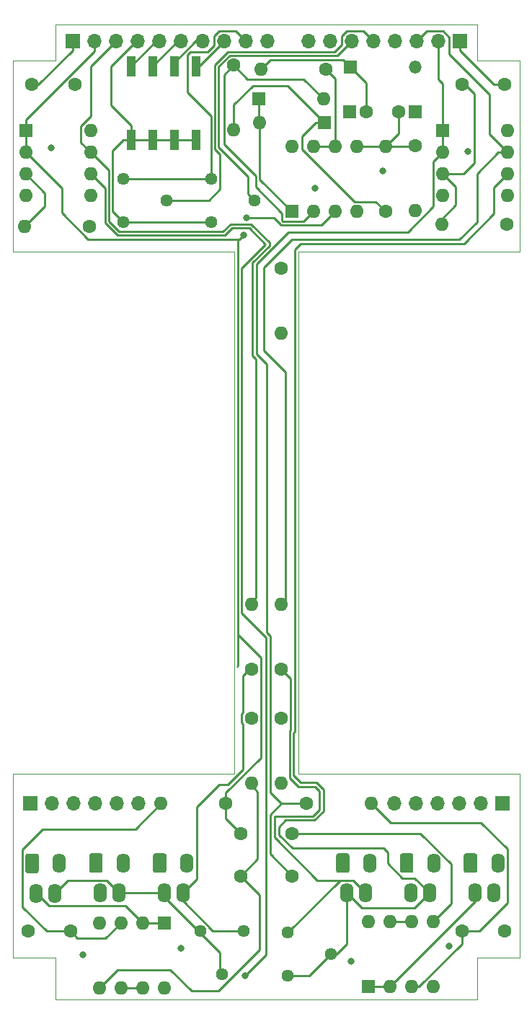
<source format=gbr>
%TF.GenerationSoftware,KiCad,Pcbnew,(5.1.7)-1*%
%TF.CreationDate,2021-10-21T20:27:42-07:00*%
%TF.ProjectId,AnalogBoard_Rev2,416e616c-6f67-4426-9f61-72645f526576,rev?*%
%TF.SameCoordinates,Original*%
%TF.FileFunction,Copper,L1,Top*%
%TF.FilePolarity,Positive*%
%FSLAX46Y46*%
G04 Gerber Fmt 4.6, Leading zero omitted, Abs format (unit mm)*
G04 Created by KiCad (PCBNEW (5.1.7)-1) date 2021-10-21 20:27:42*
%MOMM*%
%LPD*%
G01*
G04 APERTURE LIST*
%TA.AperFunction,Profile*%
%ADD10C,0.050000*%
%TD*%
%TA.AperFunction,ComponentPad*%
%ADD11C,1.440000*%
%TD*%
%TA.AperFunction,ComponentPad*%
%ADD12O,1.700000X1.700000*%
%TD*%
%TA.AperFunction,ComponentPad*%
%ADD13R,1.700000X1.700000*%
%TD*%
%TA.AperFunction,SMDPad,CuDef*%
%ADD14R,1.120000X2.440000*%
%TD*%
%TA.AperFunction,ComponentPad*%
%ADD15O,1.570000X2.290000*%
%TD*%
%TA.AperFunction,ComponentPad*%
%ADD16O,1.600000X1.600000*%
%TD*%
%TA.AperFunction,ComponentPad*%
%ADD17R,1.600000X1.600000*%
%TD*%
%TA.AperFunction,ComponentPad*%
%ADD18C,1.600000*%
%TD*%
%TA.AperFunction,ComponentPad*%
%ADD19O,1.500000X1.500000*%
%TD*%
%TA.AperFunction,ComponentPad*%
%ADD20R,1.500000X1.500000*%
%TD*%
%TA.AperFunction,ViaPad*%
%ADD21C,0.800000*%
%TD*%
%TA.AperFunction,Conductor*%
%ADD22C,0.250000*%
%TD*%
G04 APERTURE END LIST*
D10*
X143250000Y-148100000D02*
X148250000Y-148100000D01*
X143250000Y-153000000D02*
X143250000Y-148100000D01*
X93750000Y-148100000D02*
X88750000Y-148100000D01*
X93750000Y-153000000D02*
X93750000Y-148100000D01*
X143250000Y-42750000D02*
X143250000Y-38500000D01*
X148250000Y-42750000D02*
X143250000Y-42750000D01*
X93750000Y-42750000D02*
X93750000Y-38500000D01*
X88750000Y-42750000D02*
X93750000Y-42750000D01*
X148250000Y-148100000D02*
X148250000Y-126500000D01*
X88750000Y-148100000D02*
X88750000Y-126500000D01*
X122250000Y-126500000D02*
X148250000Y-126500000D01*
X122250000Y-65250000D02*
X148250000Y-65250000D01*
X88750000Y-126500000D02*
X114750000Y-126500000D01*
X88750000Y-65250000D02*
X114750000Y-65250000D01*
X114750000Y-126500000D02*
X114750000Y-65250000D01*
X122250000Y-126500000D02*
X122250000Y-65250000D01*
X148250000Y-42750000D02*
X148250000Y-65250000D01*
X88750000Y-65250000D02*
X88750000Y-42750000D01*
X143250000Y-153000000D02*
X93750000Y-153000000D01*
X93750000Y-38500000D02*
X143250000Y-38500000D01*
D11*
%TO.P,RV4,1*%
%TO.N,GNDD*%
X112014000Y-61722000D03*
%TO.P,RV4,2*%
%TO.N,/TRIM_2*%
X117094000Y-59182000D03*
%TO.P,RV4,3*%
%TO.N,+3V3*%
X112014000Y-56642000D03*
%TD*%
%TO.P,RV3,1*%
%TO.N,GNDD*%
X101727000Y-61722000D03*
%TO.P,RV3,2*%
%TO.N,/TRIM_1*%
X106807000Y-59182000D03*
%TO.P,RV3,3*%
%TO.N,+3V3*%
X101727000Y-56642000D03*
%TD*%
%TO.P,RV2,1*%
%TO.N,/LDRC_2*%
X121000000Y-150250000D03*
%TO.P,RV2,2*%
X126080000Y-147710000D03*
%TO.P,RV2,3*%
%TO.N,Net-(R13-Pad1)*%
X121000000Y-145170000D03*
%TD*%
%TO.P,RV1,1*%
%TO.N,/LDRA_2*%
X110750000Y-145000000D03*
%TO.P,RV1,2*%
X113290000Y-150080000D03*
%TO.P,RV1,3*%
%TO.N,Net-(R12-Pad1)*%
X115830000Y-145000000D03*
%TD*%
D12*
%TO.P,J4,8*%
%TO.N,GND*%
X123470000Y-40500000D03*
%TO.P,J4,7*%
%TO.N,+9V*%
X126010000Y-40500000D03*
%TO.P,J4,6*%
%TO.N,/TRIM_2*%
X128550000Y-40500000D03*
%TO.P,J4,5*%
%TO.N,/TRIM_1*%
X131090000Y-40500000D03*
%TO.P,J4,4*%
%TO.N,-9V*%
X133630000Y-40500000D03*
%TO.P,J4,3*%
%TO.N,/CH2_EFF*%
X136170000Y-40500000D03*
%TO.P,J4,2*%
%TO.N,/CH2_BYP*%
X138710000Y-40500000D03*
D13*
%TO.P,J4,1*%
%TO.N,/IN2*%
X141250000Y-40500000D03*
%TD*%
D14*
%TO.P,SW1,8*%
%TO.N,GNDD*%
X110236000Y-52057000D03*
%TO.P,SW1,4*%
%TO.N,/DIP4*%
X102616000Y-43447000D03*
%TO.P,SW1,7*%
%TO.N,GNDD*%
X107696000Y-52057000D03*
%TO.P,SW1,3*%
%TO.N,/DIP3*%
X105156000Y-43447000D03*
%TO.P,SW1,6*%
%TO.N,GNDD*%
X105156000Y-52057000D03*
%TO.P,SW1,2*%
%TO.N,/DIP2*%
X107696000Y-43447000D03*
%TO.P,SW1,5*%
%TO.N,GNDD*%
X102616000Y-52057000D03*
%TO.P,SW1,1*%
%TO.N,/DIP1*%
X110236000Y-43447000D03*
%TD*%
D12*
%TO.P,J3,6*%
%TO.N,/PWM_VOL2*%
X133550000Y-130000000D03*
%TO.P,J3,5*%
%TO.N,/PWM_VOL2_RTN*%
X136090000Y-130000000D03*
%TO.P,J3,4*%
%TO.N,/PWM_4*%
X138630000Y-130000000D03*
%TO.P,J3,3*%
%TO.N,/PWM_4_RTN*%
X141170000Y-130000000D03*
%TO.P,J3,2*%
%TO.N,/PWM_3*%
X143710000Y-130000000D03*
D13*
%TO.P,J3,1*%
%TO.N,/PWM_3_RTN*%
X146250000Y-130000000D03*
%TD*%
D12*
%TO.P,J2,10*%
%TO.N,GND*%
X118610000Y-40500000D03*
%TO.P,J2,9*%
%TO.N,+3V3*%
X116070000Y-40500000D03*
%TO.P,J2,8*%
%TO.N,/DIP1*%
X113530000Y-40500000D03*
%TO.P,J2,7*%
%TO.N,/DIP2*%
X110990000Y-40500000D03*
%TO.P,J2,6*%
%TO.N,/DIP3*%
X108450000Y-40500000D03*
%TO.P,J2,5*%
%TO.N,/DIP4*%
X105910000Y-40500000D03*
%TO.P,J2,4*%
%TO.N,GNDD*%
X103370000Y-40500000D03*
%TO.P,J2,3*%
%TO.N,/CH1_EFF*%
X100830000Y-40500000D03*
%TO.P,J2,2*%
%TO.N,/CH1_BYP*%
X98290000Y-40500000D03*
D13*
%TO.P,J2,1*%
%TO.N,/IN1*%
X95750000Y-40500000D03*
%TD*%
D12*
%TO.P,J1,6*%
%TO.N,/PWM_VOL1_RTN*%
X103450000Y-130000000D03*
%TO.P,J1,5*%
%TO.N,/PWM_VOL1*%
X100910000Y-130000000D03*
%TO.P,J1,4*%
%TO.N,/PWM_2_RTN*%
X98370000Y-130000000D03*
%TO.P,J1,3*%
%TO.N,/PWM_2*%
X95830000Y-130000000D03*
%TO.P,J1,2*%
%TO.N,/PWM_1_RTN*%
X93290000Y-130000000D03*
D13*
%TO.P,J1,1*%
%TO.N,/PWM_1*%
X90750000Y-130000000D03*
%TD*%
%TO.P,U9,1*%
%TO.N,/PWM_4*%
%TA.AperFunction,ComponentPad*%
G36*
G01*
X134464630Y-135855000D02*
X135535370Y-135855000D01*
G75*
G02*
X135785000Y-136104630I0J-249630D01*
G01*
X135785000Y-137895370D01*
G75*
G02*
X135535370Y-138145000I-249630J0D01*
G01*
X134464630Y-138145000D01*
G75*
G02*
X134215000Y-137895370I0J249630D01*
G01*
X134215000Y-136104630D01*
G75*
G02*
X134464630Y-135855000I249630J0D01*
G01*
G37*
%TD.AperFunction*%
D15*
%TO.P,U9,2*%
%TO.N,/PWM_4_RTN*%
X138200000Y-137000000D03*
%TO.P,U9,3*%
%TO.N,/LDRC_2*%
X137700000Y-140500000D03*
%TO.P,U9,4*%
%TO.N,/LDRD_1*%
X135500000Y-140500000D03*
%TD*%
%TO.P,U8,1*%
%TO.N,/PWM_3*%
%TA.AperFunction,ComponentPad*%
G36*
G01*
X141964630Y-135855000D02*
X143035370Y-135855000D01*
G75*
G02*
X143285000Y-136104630I0J-249630D01*
G01*
X143285000Y-137895370D01*
G75*
G02*
X143035370Y-138145000I-249630J0D01*
G01*
X141964630Y-138145000D01*
G75*
G02*
X141715000Y-137895370I0J249630D01*
G01*
X141715000Y-136104630D01*
G75*
G02*
X141964630Y-135855000I249630J0D01*
G01*
G37*
%TD.AperFunction*%
%TO.P,U8,2*%
%TO.N,/PWM_3_RTN*%
X145700000Y-137000000D03*
%TO.P,U8,3*%
%TO.N,/LDRC_2*%
X145200000Y-140500000D03*
%TO.P,U8,4*%
%TO.N,/LDRC_1*%
X143000000Y-140500000D03*
%TD*%
%TO.P,U7,1*%
%TO.N,/PWM_2*%
%TA.AperFunction,ComponentPad*%
G36*
G01*
X97964630Y-135855000D02*
X99035370Y-135855000D01*
G75*
G02*
X99285000Y-136104630I0J-249630D01*
G01*
X99285000Y-137895370D01*
G75*
G02*
X99035370Y-138145000I-249630J0D01*
G01*
X97964630Y-138145000D01*
G75*
G02*
X97715000Y-137895370I0J249630D01*
G01*
X97715000Y-136104630D01*
G75*
G02*
X97964630Y-135855000I249630J0D01*
G01*
G37*
%TD.AperFunction*%
%TO.P,U7,2*%
%TO.N,/PWM_2_RTN*%
X101700000Y-137000000D03*
%TO.P,U7,3*%
%TO.N,/LDRA_2*%
X101200000Y-140500000D03*
%TO.P,U7,4*%
%TO.N,/LDRB_1*%
X99000000Y-140500000D03*
%TD*%
%TO.P,U6,1*%
%TO.N,/PWM_1*%
%TA.AperFunction,ComponentPad*%
G36*
G01*
X90464630Y-135888000D02*
X91535370Y-135888000D01*
G75*
G02*
X91785000Y-136137630I0J-249630D01*
G01*
X91785000Y-137928370D01*
G75*
G02*
X91535370Y-138178000I-249630J0D01*
G01*
X90464630Y-138178000D01*
G75*
G02*
X90215000Y-137928370I0J249630D01*
G01*
X90215000Y-136137630D01*
G75*
G02*
X90464630Y-135888000I249630J0D01*
G01*
G37*
%TD.AperFunction*%
%TO.P,U6,2*%
%TO.N,/PWM_1_RTN*%
X94200000Y-137033000D03*
%TO.P,U6,3*%
%TO.N,/LDRA_2*%
X93700000Y-140533000D03*
%TO.P,U6,4*%
%TO.N,/LDRA_1*%
X91500000Y-140533000D03*
%TD*%
%TO.P,U13,1*%
%TO.N,/PWM_VOL2*%
%TA.AperFunction,ComponentPad*%
G36*
G01*
X126964630Y-135855000D02*
X128035370Y-135855000D01*
G75*
G02*
X128285000Y-136104630I0J-249630D01*
G01*
X128285000Y-137895370D01*
G75*
G02*
X128035370Y-138145000I-249630J0D01*
G01*
X126964630Y-138145000D01*
G75*
G02*
X126715000Y-137895370I0J249630D01*
G01*
X126715000Y-136104630D01*
G75*
G02*
X126964630Y-135855000I249630J0D01*
G01*
G37*
%TD.AperFunction*%
%TO.P,U13,2*%
%TO.N,/PWM_VOL2_RTN*%
X130700000Y-137000000D03*
%TO.P,U13,3*%
%TO.N,Net-(R13-Pad1)*%
X130200000Y-140500000D03*
%TO.P,U13,4*%
%TO.N,/LDRC_2*%
X128000000Y-140500000D03*
%TD*%
%TO.P,U12,1*%
%TO.N,/PWM_VOL1*%
%TA.AperFunction,ComponentPad*%
G36*
G01*
X105464630Y-135855000D02*
X106535370Y-135855000D01*
G75*
G02*
X106785000Y-136104630I0J-249630D01*
G01*
X106785000Y-137895370D01*
G75*
G02*
X106535370Y-138145000I-249630J0D01*
G01*
X105464630Y-138145000D01*
G75*
G02*
X105215000Y-137895370I0J249630D01*
G01*
X105215000Y-136104630D01*
G75*
G02*
X105464630Y-135855000I249630J0D01*
G01*
G37*
%TD.AperFunction*%
%TO.P,U12,2*%
%TO.N,/PWM_VOL1_RTN*%
X109200000Y-137000000D03*
%TO.P,U12,3*%
%TO.N,Net-(R12-Pad1)*%
X108700000Y-140500000D03*
%TO.P,U12,4*%
%TO.N,/LDRA_2*%
X106500000Y-140500000D03*
%TD*%
D16*
%TO.P,U5,8*%
%TO.N,+9V*%
X121500000Y-52880000D03*
%TO.P,U5,4*%
%TO.N,-9V*%
X129120000Y-60500000D03*
%TO.P,U5,7*%
%TO.N,Net-(R11-Pad1)*%
X124040000Y-52880000D03*
%TO.P,U5,3*%
%TO.N,/CH1_BYP*%
X126580000Y-60500000D03*
%TO.P,U5,6*%
%TO.N,Net-(R11-Pad1)*%
X126580000Y-52880000D03*
%TO.P,U5,2*%
%TO.N,Net-(D2-Pad2)*%
X124040000Y-60500000D03*
%TO.P,U5,5*%
%TO.N,Net-(C10-Pad2)*%
X129120000Y-52880000D03*
D17*
%TO.P,U5,1*%
%TO.N,Net-(D2-Pad1)*%
X121500000Y-60500000D03*
%TD*%
D16*
%TO.P,U4,8*%
%TO.N,+9V*%
X130500000Y-143880000D03*
%TO.P,U4,4*%
%TO.N,-9V*%
X138120000Y-151500000D03*
%TO.P,U4,7*%
%TO.N,/LDRD_1*%
X133040000Y-143880000D03*
%TO.P,U4,3*%
%TO.N,Net-(C8-Pad2)*%
X135580000Y-151500000D03*
%TO.P,U4,6*%
%TO.N,/LDRD_1*%
X135580000Y-143880000D03*
%TO.P,U4,2*%
%TO.N,/LDRC_1*%
X133040000Y-151500000D03*
%TO.P,U4,5*%
%TO.N,Net-(C5-Pad1)*%
X138120000Y-143880000D03*
D17*
%TO.P,U4,1*%
%TO.N,/LDRC_1*%
X130500000Y-151500000D03*
%TD*%
D16*
%TO.P,U3,8*%
%TO.N,+9V*%
X106500000Y-151620000D03*
%TO.P,U3,4*%
%TO.N,-9V*%
X98880000Y-144000000D03*
%TO.P,U3,7*%
%TO.N,/LDRB_1*%
X103960000Y-151620000D03*
%TO.P,U3,3*%
%TO.N,Net-(C7-Pad2)*%
X101420000Y-144000000D03*
%TO.P,U3,6*%
%TO.N,/LDRB_1*%
X101420000Y-151620000D03*
%TO.P,U3,2*%
%TO.N,/LDRA_1*%
X103960000Y-144000000D03*
%TO.P,U3,5*%
%TO.N,Net-(C4-Pad1)*%
X98880000Y-151620000D03*
D17*
%TO.P,U3,1*%
%TO.N,/LDRA_1*%
X106500000Y-144000000D03*
%TD*%
D16*
%TO.P,U2,8*%
%TO.N,+9V*%
X146870000Y-51000000D03*
%TO.P,U2,4*%
%TO.N,-9V*%
X139250000Y-58620000D03*
%TO.P,U2,7*%
%TO.N,/CH2_EFF*%
X146870000Y-53540000D03*
%TO.P,U2,3*%
%TO.N,Net-(C2-Pad1)*%
X139250000Y-56080000D03*
%TO.P,U2,6*%
%TO.N,/LDRC_2*%
X146870000Y-56080000D03*
%TO.P,U2,2*%
%TO.N,/CH2_BYP*%
X139250000Y-53540000D03*
%TO.P,U2,5*%
%TO.N,GND*%
X146870000Y-58620000D03*
D17*
%TO.P,U2,1*%
%TO.N,/CH2_BYP*%
X139250000Y-51000000D03*
%TD*%
D16*
%TO.P,U1,8*%
%TO.N,+9V*%
X97870000Y-51000000D03*
%TO.P,U1,4*%
%TO.N,-9V*%
X90250000Y-58620000D03*
%TO.P,U1,7*%
%TO.N,/CH1_EFF*%
X97870000Y-53540000D03*
%TO.P,U1,3*%
%TO.N,Net-(C1-Pad1)*%
X90250000Y-56080000D03*
%TO.P,U1,6*%
%TO.N,/LDRA_2*%
X97870000Y-56080000D03*
%TO.P,U1,2*%
%TO.N,/CH1_BYP*%
X90250000Y-53540000D03*
%TO.P,U1,5*%
%TO.N,GND*%
X97870000Y-58620000D03*
D17*
%TO.P,U1,1*%
%TO.N,/CH1_BYP*%
X90250000Y-51000000D03*
%TD*%
D16*
%TO.P,R13,2*%
%TO.N,/CH2_EFF*%
X120250000Y-106630000D03*
D18*
%TO.P,R13,1*%
%TO.N,Net-(R13-Pad1)*%
X120250000Y-114250000D03*
%TD*%
D16*
%TO.P,R12,2*%
%TO.N,/CH1_EFF*%
X116750000Y-106630000D03*
D18*
%TO.P,R12,1*%
%TO.N,Net-(R12-Pad1)*%
X116750000Y-114250000D03*
%TD*%
D16*
%TO.P,R11,2*%
%TO.N,/ENV_OUT*%
X117856000Y-43815000D03*
D18*
%TO.P,R11,1*%
%TO.N,Net-(R11-Pad1)*%
X125476000Y-43815000D03*
%TD*%
D16*
%TO.P,R10,2*%
%TO.N,GND*%
X136000000Y-60370000D03*
D18*
%TO.P,R10,1*%
%TO.N,Net-(C10-Pad2)*%
X136000000Y-52750000D03*
%TD*%
D16*
%TO.P,R9,2*%
%TO.N,Net-(C10-Pad2)*%
X132500000Y-52880000D03*
D18*
%TO.P,R9,1*%
%TO.N,Net-(D3-Pad1)*%
X132500000Y-60500000D03*
%TD*%
D16*
%TO.P,R8,2*%
%TO.N,Net-(D3-Pad1)*%
X114681000Y-50927000D03*
D18*
%TO.P,R8,1*%
%TO.N,Net-(D2-Pad2)*%
X114681000Y-43307000D03*
%TD*%
D16*
%TO.P,R7,2*%
%TO.N,Net-(C5-Pad1)*%
X120250000Y-127620000D03*
D18*
%TO.P,R7,1*%
%TO.N,GND*%
X120250000Y-120000000D03*
%TD*%
D16*
%TO.P,R6,2*%
%TO.N,Net-(C4-Pad1)*%
X116750000Y-127620000D03*
D18*
%TO.P,R6,1*%
%TO.N,GND*%
X116750000Y-120000000D03*
%TD*%
D16*
%TO.P,R5,2*%
%TO.N,GND*%
X120250000Y-74803000D03*
D18*
%TO.P,R5,1*%
%TO.N,Net-(D2-Pad2)*%
X120250000Y-67183000D03*
%TD*%
D16*
%TO.P,R4,2*%
%TO.N,Net-(C8-Pad2)*%
X130870000Y-130000000D03*
D18*
%TO.P,R4,1*%
%TO.N,/CH2_BYP*%
X123250000Y-130000000D03*
%TD*%
D16*
%TO.P,R3,2*%
%TO.N,Net-(C7-Pad2)*%
X106130000Y-130000000D03*
D18*
%TO.P,R3,1*%
%TO.N,/CH1_BYP*%
X113750000Y-130000000D03*
%TD*%
D16*
%TO.P,R2,2*%
%TO.N,Net-(C2-Pad1)*%
X139130000Y-62000000D03*
D18*
%TO.P,R2,1*%
%TO.N,GND*%
X146750000Y-62000000D03*
%TD*%
D16*
%TO.P,R1,2*%
%TO.N,Net-(C1-Pad1)*%
X90130000Y-62250000D03*
D18*
%TO.P,R1,1*%
%TO.N,GND*%
X97750000Y-62250000D03*
%TD*%
D19*
%TO.P,D4,2*%
%TO.N,GND*%
X136017000Y-43561000D03*
D20*
%TO.P,D4,1*%
%TO.N,/ENV_OUT*%
X128397000Y-43561000D03*
%TD*%
D16*
%TO.P,D3,2*%
%TO.N,Net-(D2-Pad1)*%
X117729000Y-50038000D03*
D17*
%TO.P,D3,1*%
%TO.N,Net-(D3-Pad1)*%
X125349000Y-50038000D03*
%TD*%
D16*
%TO.P,D2,2*%
%TO.N,Net-(D2-Pad2)*%
X125222000Y-47244000D03*
D17*
%TO.P,D2,1*%
%TO.N,Net-(D2-Pad1)*%
X117602000Y-47244000D03*
%TD*%
D18*
%TO.P,C11,2*%
%TO.N,/ENV_OUT*%
X130270000Y-48768000D03*
D17*
%TO.P,C11,1*%
%TO.N,GND*%
X128270000Y-48768000D03*
%TD*%
D18*
%TO.P,C10,2*%
%TO.N,Net-(C10-Pad2)*%
X134017000Y-48768000D03*
D17*
%TO.P,C10,1*%
%TO.N,GND*%
X136017000Y-48768000D03*
%TD*%
D18*
%TO.P,C8,2*%
%TO.N,Net-(C8-Pad2)*%
X141500000Y-145000000D03*
%TO.P,C8,1*%
%TO.N,GND*%
X146500000Y-145000000D03*
%TD*%
%TO.P,C7,2*%
%TO.N,Net-(C7-Pad2)*%
X95500000Y-145000000D03*
%TO.P,C7,1*%
%TO.N,GND*%
X90500000Y-145000000D03*
%TD*%
%TO.P,C5,2*%
%TO.N,/CH2_BYP*%
X121500000Y-138500000D03*
%TO.P,C5,1*%
%TO.N,Net-(C5-Pad1)*%
X121500000Y-133500000D03*
%TD*%
%TO.P,C4,2*%
%TO.N,/CH1_BYP*%
X115500000Y-133500000D03*
%TO.P,C4,1*%
%TO.N,Net-(C4-Pad1)*%
X115500000Y-138500000D03*
%TD*%
%TO.P,C2,2*%
%TO.N,/IN2*%
X146500000Y-45600000D03*
%TO.P,C2,1*%
%TO.N,Net-(C2-Pad1)*%
X141500000Y-45600000D03*
%TD*%
%TO.P,C1,2*%
%TO.N,/IN1*%
X91000000Y-45600000D03*
%TO.P,C1,1*%
%TO.N,Net-(C1-Pad1)*%
X96000000Y-45600000D03*
%TD*%
D21*
%TO.N,GND*%
X108500000Y-147000000D03*
X97000000Y-147750000D03*
X128500000Y-148500000D03*
X140000000Y-146750000D03*
X142212500Y-53462500D03*
X132212500Y-55712500D03*
X124212500Y-57787500D03*
X93250000Y-53000000D03*
%TO.N,/CH1_BYP*%
X116205000Y-61214000D03*
X115824000Y-63246000D03*
%TO.N,/LDRA_2*%
X116000002Y-150250000D03*
%TD*%
D22*
%TO.N,/IN1*%
X91750000Y-45600000D02*
X91000000Y-45600000D01*
X95750000Y-41600000D02*
X91750000Y-45600000D01*
X95750000Y-40500000D02*
X95750000Y-41600000D01*
%TO.N,Net-(C1-Pad1)*%
X90130000Y-62250000D02*
X92500000Y-59880000D01*
X92500000Y-58330000D02*
X90250000Y-56080000D01*
X92500000Y-59880000D02*
X92500000Y-58330000D01*
%TO.N,/IN2*%
X145250000Y-45600000D02*
X146500000Y-45600000D01*
X141250000Y-41600000D02*
X145250000Y-45600000D01*
X141250000Y-40500000D02*
X141250000Y-41600000D01*
%TO.N,Net-(C2-Pad1)*%
X139250000Y-56080000D02*
X140750000Y-57580000D01*
X140750000Y-57580000D02*
X140750000Y-59750000D01*
X139130000Y-61370000D02*
X139130000Y-62000000D01*
X140750000Y-59750000D02*
X139130000Y-61370000D01*
X142937501Y-46687501D02*
X142937501Y-54812499D01*
X141500000Y-45250000D02*
X142937501Y-46687501D01*
X141670000Y-56080000D02*
X139250000Y-56080000D01*
X142937501Y-54812499D02*
X141670000Y-56080000D01*
%TO.N,/CH1_BYP*%
X90250000Y-53540000D02*
X90250000Y-51000000D01*
X115824000Y-63246000D02*
X115824000Y-63246000D01*
X115824000Y-63246000D02*
X115320001Y-63749999D01*
X90250000Y-53540000D02*
X94500000Y-57790000D01*
X94500000Y-60665002D02*
X97584997Y-63749999D01*
X94500000Y-57790000D02*
X94500000Y-60665002D01*
X114750001Y-63749999D02*
X112250000Y-63749999D01*
X97584997Y-63749999D02*
X114750001Y-63749999D01*
X115320001Y-63749999D02*
X114750001Y-63749999D01*
X125004989Y-62075011D02*
X126580000Y-60500000D01*
X120253599Y-62075011D02*
X125004989Y-62075011D01*
X119392588Y-61214000D02*
X120253599Y-62075011D01*
X116205000Y-61214000D02*
X119392588Y-61214000D01*
X113750000Y-131750000D02*
X115500000Y-133500000D01*
X113750000Y-130000000D02*
X113750000Y-131750000D01*
X98290000Y-41644998D02*
X98290000Y-40500000D01*
X90250000Y-49684998D02*
X98290000Y-41644998D01*
X90250000Y-51000000D02*
X90250000Y-49684998D01*
X115824000Y-63246000D02*
X115750000Y-63320000D01*
X115174989Y-113825011D02*
X115100010Y-113899990D01*
X115750000Y-63320000D02*
X115174989Y-63895011D01*
X115174989Y-108075011D02*
X115174989Y-113825011D01*
X115174989Y-63895011D02*
X115174989Y-108075011D01*
X113750000Y-128750000D02*
X113750000Y-130000000D01*
X117875001Y-124624999D02*
X113750000Y-128750000D01*
X117875001Y-112875001D02*
X117875001Y-124624999D01*
X115174989Y-110174989D02*
X117875001Y-112875001D01*
X115174989Y-108075011D02*
X115174989Y-110174989D01*
%TO.N,Net-(C4-Pad1)*%
X116500000Y-127620000D02*
X117500000Y-128620000D01*
X117500000Y-136500000D02*
X115500000Y-138500000D01*
X117500000Y-128620000D02*
X117500000Y-136500000D01*
X117750000Y-147176998D02*
X117750000Y-140750000D01*
X117750000Y-140750000D02*
X116299999Y-139299999D01*
X109750000Y-152000000D02*
X112926998Y-152000000D01*
X107250000Y-149500000D02*
X109750000Y-152000000D01*
X116299999Y-139299999D02*
X115500000Y-138500000D01*
X112926998Y-152000000D02*
X117750000Y-147176998D01*
X101000000Y-149500000D02*
X107250000Y-149500000D01*
X98880000Y-151620000D02*
X101000000Y-149500000D01*
%TO.N,/CH2_BYP*%
X139250000Y-51000000D02*
X139250000Y-53540000D01*
%TO.N,Net-(C5-Pad1)*%
X138120000Y-143880000D02*
X140250000Y-141750000D01*
X136629791Y-133500000D02*
X121500000Y-133500000D01*
X140250000Y-137120209D02*
X136629791Y-133500000D01*
X140250000Y-141750000D02*
X140250000Y-137120209D01*
%TO.N,/CH2_BYP*%
X123250000Y-130000000D02*
X120250000Y-130000000D01*
X138710000Y-44960000D02*
X139250000Y-45500000D01*
X138710000Y-40500000D02*
X138710000Y-44960000D01*
X139250000Y-51000000D02*
X139250000Y-45500000D01*
X138124999Y-59910003D02*
X138124999Y-54665001D01*
X121122801Y-62900019D02*
X135134983Y-62900019D01*
X117349978Y-66672842D02*
X121122801Y-62900019D01*
X135134983Y-62900019D02*
X138124999Y-59910003D01*
X117349978Y-77220800D02*
X117349978Y-66672842D01*
X118549989Y-78420811D02*
X117349978Y-77220800D01*
X118549989Y-109913578D02*
X118549989Y-78420811D01*
X118950011Y-110313600D02*
X118549989Y-109913578D01*
X118950011Y-128700011D02*
X118950011Y-110313600D01*
X138124999Y-54665001D02*
X139250000Y-53540000D01*
X120250000Y-130000000D02*
X118950011Y-128700011D01*
X118950011Y-135950011D02*
X121500000Y-138500000D01*
X118950011Y-131299989D02*
X118950011Y-135950011D01*
X120250000Y-130000000D02*
X118950011Y-131299989D01*
%TO.N,Net-(C7-Pad2)*%
X96299999Y-145799999D02*
X99620001Y-145799999D01*
X99620001Y-145799999D02*
X101420000Y-144000000D01*
X95500000Y-145000000D02*
X96299999Y-145799999D01*
X106130000Y-130000000D02*
X103130000Y-133000000D01*
X103130000Y-133000000D02*
X92250000Y-133000000D01*
X89889990Y-135360010D02*
X89889990Y-142139990D01*
X92250000Y-133000000D02*
X89889990Y-135360010D01*
X92750000Y-145000000D02*
X95500000Y-145000000D01*
X89889990Y-142139990D02*
X92750000Y-145000000D01*
%TO.N,Net-(C8-Pad2)*%
X141500000Y-146454998D02*
X141500000Y-145000000D01*
X136454998Y-151500000D02*
X141500000Y-146454998D01*
X135580000Y-151500000D02*
X136454998Y-151500000D01*
X141500000Y-145000000D02*
X143500000Y-145000000D01*
X146810010Y-141689990D02*
X146810010Y-135310010D01*
X143500000Y-145000000D02*
X146810010Y-141689990D01*
X146810010Y-135310010D02*
X143750000Y-132250000D01*
X133120000Y-132250000D02*
X130870000Y-130000000D01*
X143750000Y-132250000D02*
X133120000Y-132250000D01*
%TO.N,Net-(C10-Pad2)*%
X132500000Y-52880000D02*
X129120000Y-52880000D01*
X135870000Y-52880000D02*
X136000000Y-52750000D01*
X132500000Y-52880000D02*
X135870000Y-52880000D01*
X134017000Y-51363000D02*
X132500000Y-52880000D01*
X134017000Y-48768000D02*
X134017000Y-51363000D01*
%TO.N,/ENV_OUT*%
X127525999Y-42689999D02*
X128397000Y-43561000D01*
X118981001Y-42689999D02*
X127525999Y-42689999D01*
X117856000Y-43815000D02*
X118981001Y-42689999D01*
X130270000Y-45434000D02*
X130270000Y-48768000D01*
X128397000Y-43561000D02*
X130270000Y-45434000D01*
%TO.N,Net-(D2-Pad2)*%
X122918001Y-44940001D02*
X125222000Y-47244000D01*
X116314001Y-44940001D02*
X122918001Y-44940001D01*
X114681000Y-43307000D02*
X116314001Y-44940001D01*
X114681000Y-43307000D02*
X113538000Y-44450000D01*
X117278990Y-56318990D02*
X117278990Y-57588990D01*
X113538000Y-52578000D02*
X117278990Y-56318990D01*
X113538000Y-44450000D02*
X113538000Y-52578000D01*
X122914999Y-61625001D02*
X124040000Y-60500000D01*
X120439999Y-61625001D02*
X122914999Y-61625001D01*
X120374999Y-61560001D02*
X120439999Y-61625001D01*
X120374999Y-60684999D02*
X120374999Y-61560001D01*
X117278990Y-57588990D02*
X120374999Y-60684999D01*
%TO.N,Net-(D2-Pad1)*%
X117602000Y-49911000D02*
X117729000Y-50038000D01*
X117602000Y-47244000D02*
X117602000Y-49911000D01*
X117729000Y-56729000D02*
X117729000Y-50038000D01*
X121500000Y-60500000D02*
X117729000Y-56729000D01*
%TO.N,Net-(D3-Pad1)*%
X114681000Y-47979998D02*
X116940998Y-45720000D01*
X114681000Y-50927000D02*
X114681000Y-47979998D01*
X121031000Y-45720000D02*
X125349000Y-50038000D01*
X116940998Y-45720000D02*
X121031000Y-45720000D01*
X124299000Y-50038000D02*
X122682000Y-51655000D01*
X125349000Y-50038000D02*
X124299000Y-50038000D01*
X131374999Y-59374999D02*
X132500000Y-60500000D01*
X128869997Y-59374999D02*
X131374999Y-59374999D01*
X122682000Y-53187002D02*
X128869997Y-59374999D01*
X122682000Y-51655000D02*
X122682000Y-53187002D01*
%TO.N,Net-(R11-Pad1)*%
X124040000Y-52880000D02*
X126580000Y-52880000D01*
X126580000Y-52880000D02*
X126580000Y-44919000D01*
X126580000Y-44919000D02*
X125476000Y-43815000D01*
%TO.N,/CH1_EFF*%
X96744999Y-52414999D02*
X97870000Y-53540000D01*
X96744999Y-50459999D02*
X96744999Y-52414999D01*
X97125001Y-50079997D02*
X96744999Y-50459999D01*
X97919991Y-49285007D02*
X96744999Y-50459999D01*
X97919991Y-43410009D02*
X97919991Y-49285007D01*
X100830000Y-40500000D02*
X97919991Y-43410009D01*
X114300000Y-61976000D02*
X116713001Y-61976000D01*
X116899967Y-66486443D02*
X116899967Y-77407200D01*
X117299999Y-105830001D02*
X116500000Y-106630000D01*
X116713001Y-61976000D02*
X118875304Y-64138304D01*
X113426022Y-62849978D02*
X114300000Y-61976000D01*
X118875304Y-64138304D02*
X118875304Y-64511106D01*
X100006989Y-61651579D02*
X101205388Y-62849978D01*
X97870000Y-53540000D02*
X100006989Y-55676989D01*
X101205388Y-62849978D02*
X113426022Y-62849978D01*
X100006989Y-55676989D02*
X100006989Y-61651579D01*
X117299999Y-77807232D02*
X117299999Y-105830001D01*
X116899967Y-77407200D02*
X117299999Y-77807232D01*
X118875304Y-64511106D02*
X116899967Y-66486443D01*
%TO.N,Net-(R12-Pad1)*%
X108700000Y-141450000D02*
X108700000Y-140500000D01*
X112250000Y-145000000D02*
X108700000Y-141450000D01*
X115580000Y-145000000D02*
X112250000Y-145000000D01*
X110310010Y-130439990D02*
X113000000Y-127750000D01*
X110310010Y-138889990D02*
X110310010Y-130439990D01*
X108700000Y-140500000D02*
X110310010Y-138889990D01*
X113000000Y-127750000D02*
X113250000Y-127750000D01*
X113750000Y-127750000D02*
X114000000Y-127750000D01*
X113250000Y-127750000D02*
X113750000Y-127750000D01*
X115750000Y-115000000D02*
X116500000Y-114250000D01*
X115750000Y-119334998D02*
X115750000Y-115000000D01*
X115624999Y-120540001D02*
X115624999Y-119459999D01*
X115624999Y-119459999D02*
X115750000Y-119334998D01*
X115750000Y-120665002D02*
X115624999Y-120540001D01*
X115750000Y-125994988D02*
X115750000Y-125500000D01*
X113994988Y-127750000D02*
X115750000Y-125994988D01*
X113000000Y-127750000D02*
X113994988Y-127750000D01*
X115750000Y-125500000D02*
X115750000Y-120665002D01*
%TO.N,/CH2_EFF*%
X146870000Y-53540000D02*
X144750000Y-51420000D01*
X144750000Y-51420000D02*
X144750000Y-46750000D01*
X144750000Y-46750000D02*
X140000000Y-42000000D01*
X137345001Y-39324999D02*
X136170000Y-40500000D01*
X139274001Y-39324999D02*
X137345001Y-39324999D01*
X140000000Y-40050998D02*
X139274001Y-39324999D01*
X140000000Y-42000000D02*
X140000000Y-40050998D01*
X118250000Y-76848000D02*
X118250000Y-67045640D01*
X120750000Y-79348000D02*
X118250000Y-76848000D01*
X120750000Y-106630000D02*
X120750000Y-79348000D01*
X121495600Y-63800040D02*
X141199960Y-63800040D01*
X118250000Y-67045640D02*
X121495600Y-63800040D01*
X145738630Y-53540000D02*
X143250000Y-56028630D01*
X146870000Y-53540000D02*
X145738630Y-53540000D01*
X143250000Y-61750000D02*
X141199960Y-63800040D01*
X143250000Y-56028630D02*
X143250000Y-61750000D01*
%TO.N,Net-(R13-Pad1)*%
X130200000Y-140500000D02*
X128700000Y-139000000D01*
X127170000Y-139000000D02*
X121000000Y-145170000D01*
X127250000Y-139000000D02*
X127170000Y-139000000D01*
X128700000Y-139000000D02*
X127250000Y-139000000D01*
X124500000Y-139000000D02*
X119500000Y-134000000D01*
X119500000Y-134000000D02*
X119500000Y-131500000D01*
X119500000Y-131500000D02*
X124000000Y-131500000D01*
X124000000Y-131500000D02*
X124750000Y-130750000D01*
X124750000Y-130750000D02*
X124750000Y-128500000D01*
X124750000Y-128500000D02*
X124250000Y-128000000D01*
X127250000Y-139000000D02*
X124500000Y-139000000D01*
X124250000Y-128000000D02*
X122250000Y-128000000D01*
X122250000Y-128000000D02*
X121250000Y-127000000D01*
X121375001Y-121374999D02*
X121250000Y-121500000D01*
X121375001Y-115375001D02*
X121375001Y-121374999D01*
X120250000Y-114250000D02*
X121375001Y-115375001D01*
X121250000Y-127000000D02*
X121250000Y-121500000D01*
%TO.N,/LDRA_2*%
X99729990Y-139029990D02*
X101200000Y-140500000D01*
X95203010Y-139029990D02*
X99729990Y-139029990D01*
X93700000Y-140533000D02*
X95203010Y-139029990D01*
X101200000Y-140500000D02*
X106500000Y-140500000D01*
X106500000Y-141000000D02*
X106500000Y-140500000D01*
X110500000Y-145000000D02*
X106500000Y-141000000D01*
X113040000Y-147540000D02*
X110500000Y-145000000D01*
X113040000Y-150080000D02*
X113040000Y-147540000D01*
X99556978Y-57766978D02*
X99556978Y-61837979D01*
X101018988Y-63299989D02*
X113612422Y-63299989D01*
X116526601Y-62426011D02*
X118425295Y-64324705D01*
X99556978Y-61837979D02*
X101018988Y-63299989D01*
X118425295Y-64324705D02*
X115624999Y-67125001D01*
X118500000Y-110500000D02*
X118500000Y-147750002D01*
X118500000Y-147750002D02*
X116000002Y-150250000D01*
X115624999Y-107624999D02*
X118500000Y-110500000D01*
X115624999Y-67125001D02*
X115624999Y-107624999D01*
X114486400Y-62426011D02*
X116526601Y-62426011D01*
X113612422Y-63299989D02*
X114486400Y-62426011D01*
X97870000Y-56080000D02*
X99556978Y-57766978D01*
%TO.N,/LDRC_2*%
X123540000Y-150250000D02*
X126080000Y-147710000D01*
X121000000Y-150250000D02*
X123540000Y-150250000D01*
X128000000Y-140500000D02*
X128000000Y-146500000D01*
X126790000Y-147710000D02*
X126080000Y-147710000D01*
X128000000Y-146500000D02*
X126790000Y-147710000D01*
X128000000Y-140500000D02*
X129750000Y-142250000D01*
X135950000Y-142250000D02*
X137700000Y-140500000D01*
X129750000Y-142250000D02*
X132250000Y-142250000D01*
X132250000Y-142250000D02*
X135950000Y-142250000D01*
X137700000Y-140500000D02*
X135950000Y-138750000D01*
X134506594Y-138750000D02*
X132750000Y-136993406D01*
X135950000Y-138750000D02*
X134506594Y-138750000D01*
X132750000Y-136993406D02*
X132750000Y-135750000D01*
X132750000Y-135750000D02*
X132250000Y-135250000D01*
X121584998Y-135250000D02*
X120000000Y-133665002D01*
X132250000Y-135250000D02*
X121584998Y-135250000D01*
X120000000Y-133665002D02*
X120000000Y-132750000D01*
X124186401Y-131950009D02*
X125250000Y-130886410D01*
X120799990Y-131950010D02*
X124186401Y-131950009D01*
X120000000Y-132750000D02*
X120799990Y-131950010D01*
X122500000Y-127500000D02*
X121700010Y-126700010D01*
X124386410Y-127500000D02*
X122500000Y-127500000D01*
X125250000Y-128363590D02*
X124386410Y-127500000D01*
X125250000Y-130886410D02*
X125250000Y-128363590D01*
X121825011Y-64924989D02*
X122499950Y-64250050D01*
X121825011Y-121561399D02*
X121825011Y-64924989D01*
X121700010Y-121686400D02*
X121825011Y-121561399D01*
X121700010Y-126700010D02*
X121700010Y-121686400D01*
X122499950Y-64250050D02*
X141749950Y-64250050D01*
X141749950Y-64250050D02*
X145250000Y-60750000D01*
X145250000Y-57700000D02*
X146870000Y-56080000D01*
X145250000Y-60750000D02*
X145250000Y-57700000D01*
%TO.N,/LDRB_1*%
X101420000Y-151620000D02*
X103960000Y-151620000D01*
%TO.N,/LDRA_1*%
X106500000Y-144000000D02*
X103960000Y-144000000D01*
X93003010Y-142003010D02*
X91533000Y-140533000D01*
X101963010Y-142003010D02*
X93003010Y-142003010D01*
X91533000Y-140533000D02*
X91500000Y-140533000D01*
X103960000Y-144000000D02*
X101963010Y-142003010D01*
%TO.N,/LDRD_1*%
X135580000Y-143880000D02*
X133040000Y-143880000D01*
%TO.N,/LDRC_1*%
X133040000Y-151500000D02*
X130500000Y-151500000D01*
X143000000Y-140500000D02*
X143000000Y-141500000D01*
X133040000Y-151460000D02*
X133040000Y-151500000D01*
X143000000Y-141500000D02*
X133040000Y-151460000D01*
%TO.N,GNDD*%
X112014000Y-61722000D02*
X101727000Y-61722000D01*
X110236000Y-52057000D02*
X102616000Y-52057000D01*
X102592000Y-52081000D02*
X102616000Y-52057000D01*
X101716000Y-52081000D02*
X102592000Y-52081000D01*
X101727000Y-61722000D02*
X100457000Y-60452000D01*
X100457000Y-60452000D02*
X100457000Y-53340000D01*
X100457000Y-53340000D02*
X101716000Y-52081000D01*
X102616000Y-52057000D02*
X102616000Y-50366000D01*
X102616000Y-50366000D02*
X100250000Y-48000000D01*
X103197998Y-40500000D02*
X103370000Y-40500000D01*
X100250000Y-43447998D02*
X103197998Y-40500000D01*
X100250000Y-48000000D02*
X100250000Y-43447998D01*
%TO.N,/DIP4*%
X102190000Y-43021000D02*
X102616000Y-43447000D01*
X105563000Y-40500000D02*
X105910000Y-40500000D01*
X102616000Y-43447000D02*
X105563000Y-40500000D01*
%TO.N,/DIP2*%
X110196500Y-40500000D02*
X110990000Y-40500000D01*
X107696000Y-43000500D02*
X110196500Y-40500000D01*
X107696000Y-43447000D02*
X107696000Y-43000500D01*
%TO.N,/DIP3*%
X108103000Y-40500000D02*
X108450000Y-40500000D01*
X105156000Y-43447000D02*
X108103000Y-40500000D01*
%TO.N,/DIP1*%
X110583000Y-43447000D02*
X113530000Y-40500000D01*
X110236000Y-43447000D02*
X110583000Y-43447000D01*
%TO.N,+3V3*%
X101727000Y-56642000D02*
X112014000Y-56642000D01*
X112014000Y-56642000D02*
X112014000Y-49264000D01*
X112014000Y-49264000D02*
X109250000Y-46500000D01*
X109250000Y-46500000D02*
X109250000Y-42082910D01*
X109250000Y-42082910D02*
X109582910Y-41750000D01*
X109582910Y-41750000D02*
X111643590Y-41750000D01*
X114894999Y-39324999D02*
X116070000Y-40500000D01*
X112965999Y-39324999D02*
X114894999Y-39324999D01*
X112354999Y-41038591D02*
X112354999Y-39935999D01*
X112354999Y-39935999D02*
X112965999Y-39324999D01*
X111643590Y-41750000D02*
X112354999Y-41038591D01*
%TO.N,/TRIM_2*%
X116374001Y-58462001D02*
X117094000Y-59182000D01*
X112914022Y-43472388D02*
X112914022Y-52968612D01*
X126868000Y-42182000D02*
X114204410Y-42182000D01*
X116374001Y-56428591D02*
X116374001Y-58462001D01*
X114204410Y-42182000D02*
X112914022Y-43472388D01*
X112914022Y-52968612D02*
X116374001Y-56428591D01*
X128550000Y-40500000D02*
X126868000Y-42182000D01*
%TO.N,/TRIM_1*%
X127985999Y-39324999D02*
X129914999Y-39324999D01*
X127374999Y-39935999D02*
X127985999Y-39324999D01*
X127374999Y-40874003D02*
X127374999Y-39935999D01*
X126517013Y-41731989D02*
X127374999Y-40874003D01*
X113059001Y-57882999D02*
X113059001Y-53750001D01*
X111760000Y-59182000D02*
X113059001Y-57882999D01*
X129914999Y-39324999D02*
X131090000Y-40500000D01*
X112464011Y-53155011D02*
X112464011Y-43285989D01*
X114018011Y-41731989D02*
X126517013Y-41731989D01*
X106807000Y-59182000D02*
X111760000Y-59182000D01*
X113059001Y-53750001D02*
X112464011Y-53155011D01*
X112464011Y-43285989D02*
X114018011Y-41731989D01*
%TD*%
M02*

</source>
